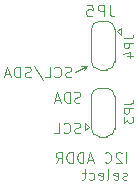
<source format=gbr>
%TF.GenerationSoftware,KiCad,Pcbnew,9.0.6*%
%TF.CreationDate,2025-12-26T20:15:28+00:00*%
%TF.ProjectId,PIDI-BOX-01-ADC-4-MAIN-A2,50494449-2d42-44f5-982d-30312d414443,rev?*%
%TF.SameCoordinates,Original*%
%TF.FileFunction,Legend,Bot*%
%TF.FilePolarity,Positive*%
%FSLAX46Y46*%
G04 Gerber Fmt 4.6, Leading zero omitted, Abs format (unit mm)*
G04 Created by KiCad (PCBNEW 9.0.6) date 2025-12-26 20:15:28*
%MOMM*%
%LPD*%
G01*
G04 APERTURE LIST*
%ADD10C,0.100000*%
%ADD11C,0.120000*%
G04 APERTURE END LIST*
D10*
X152781000Y-75082400D02*
X152297099Y-75082400D01*
X151765000Y-75590400D02*
X152781000Y-75082400D01*
X152781000Y-75082400D02*
X152552400Y-75438000D01*
X151426182Y-75991000D02*
X151297611Y-76033857D01*
X151297611Y-76033857D02*
X151083325Y-76033857D01*
X151083325Y-76033857D02*
X150997611Y-75991000D01*
X150997611Y-75991000D02*
X150954753Y-75948142D01*
X150954753Y-75948142D02*
X150911896Y-75862428D01*
X150911896Y-75862428D02*
X150911896Y-75776714D01*
X150911896Y-75776714D02*
X150954753Y-75691000D01*
X150954753Y-75691000D02*
X150997611Y-75648142D01*
X150997611Y-75648142D02*
X151083325Y-75605285D01*
X151083325Y-75605285D02*
X151254753Y-75562428D01*
X151254753Y-75562428D02*
X151340468Y-75519571D01*
X151340468Y-75519571D02*
X151383325Y-75476714D01*
X151383325Y-75476714D02*
X151426182Y-75391000D01*
X151426182Y-75391000D02*
X151426182Y-75305285D01*
X151426182Y-75305285D02*
X151383325Y-75219571D01*
X151383325Y-75219571D02*
X151340468Y-75176714D01*
X151340468Y-75176714D02*
X151254753Y-75133857D01*
X151254753Y-75133857D02*
X151040468Y-75133857D01*
X151040468Y-75133857D02*
X150911896Y-75176714D01*
X150011896Y-75948142D02*
X150054753Y-75991000D01*
X150054753Y-75991000D02*
X150183325Y-76033857D01*
X150183325Y-76033857D02*
X150269039Y-76033857D01*
X150269039Y-76033857D02*
X150397610Y-75991000D01*
X150397610Y-75991000D02*
X150483325Y-75905285D01*
X150483325Y-75905285D02*
X150526182Y-75819571D01*
X150526182Y-75819571D02*
X150569039Y-75648142D01*
X150569039Y-75648142D02*
X150569039Y-75519571D01*
X150569039Y-75519571D02*
X150526182Y-75348142D01*
X150526182Y-75348142D02*
X150483325Y-75262428D01*
X150483325Y-75262428D02*
X150397610Y-75176714D01*
X150397610Y-75176714D02*
X150269039Y-75133857D01*
X150269039Y-75133857D02*
X150183325Y-75133857D01*
X150183325Y-75133857D02*
X150054753Y-75176714D01*
X150054753Y-75176714D02*
X150011896Y-75219571D01*
X149197610Y-76033857D02*
X149626182Y-76033857D01*
X149626182Y-76033857D02*
X149626182Y-75133857D01*
X148254754Y-75091000D02*
X149026182Y-76248142D01*
X147997611Y-75991000D02*
X147869040Y-76033857D01*
X147869040Y-76033857D02*
X147654754Y-76033857D01*
X147654754Y-76033857D02*
X147569040Y-75991000D01*
X147569040Y-75991000D02*
X147526182Y-75948142D01*
X147526182Y-75948142D02*
X147483325Y-75862428D01*
X147483325Y-75862428D02*
X147483325Y-75776714D01*
X147483325Y-75776714D02*
X147526182Y-75691000D01*
X147526182Y-75691000D02*
X147569040Y-75648142D01*
X147569040Y-75648142D02*
X147654754Y-75605285D01*
X147654754Y-75605285D02*
X147826182Y-75562428D01*
X147826182Y-75562428D02*
X147911897Y-75519571D01*
X147911897Y-75519571D02*
X147954754Y-75476714D01*
X147954754Y-75476714D02*
X147997611Y-75391000D01*
X147997611Y-75391000D02*
X147997611Y-75305285D01*
X147997611Y-75305285D02*
X147954754Y-75219571D01*
X147954754Y-75219571D02*
X147911897Y-75176714D01*
X147911897Y-75176714D02*
X147826182Y-75133857D01*
X147826182Y-75133857D02*
X147611897Y-75133857D01*
X147611897Y-75133857D02*
X147483325Y-75176714D01*
X147097611Y-76033857D02*
X147097611Y-75133857D01*
X147097611Y-75133857D02*
X146883325Y-75133857D01*
X146883325Y-75133857D02*
X146754754Y-75176714D01*
X146754754Y-75176714D02*
X146669039Y-75262428D01*
X146669039Y-75262428D02*
X146626182Y-75348142D01*
X146626182Y-75348142D02*
X146583325Y-75519571D01*
X146583325Y-75519571D02*
X146583325Y-75648142D01*
X146583325Y-75648142D02*
X146626182Y-75819571D01*
X146626182Y-75819571D02*
X146669039Y-75905285D01*
X146669039Y-75905285D02*
X146754754Y-75991000D01*
X146754754Y-75991000D02*
X146883325Y-76033857D01*
X146883325Y-76033857D02*
X147097611Y-76033857D01*
X146240468Y-75776714D02*
X145811897Y-75776714D01*
X146326182Y-76033857D02*
X146026182Y-75133857D01*
X146026182Y-75133857D02*
X145726182Y-76033857D01*
X154706001Y-69865419D02*
X154706001Y-70579704D01*
X154706001Y-70579704D02*
X154753620Y-70722561D01*
X154753620Y-70722561D02*
X154848858Y-70817800D01*
X154848858Y-70817800D02*
X154991715Y-70865419D01*
X154991715Y-70865419D02*
X155086953Y-70865419D01*
X154229810Y-70865419D02*
X154229810Y-69865419D01*
X154229810Y-69865419D02*
X153848858Y-69865419D01*
X153848858Y-69865419D02*
X153753620Y-69913038D01*
X153753620Y-69913038D02*
X153706001Y-69960657D01*
X153706001Y-69960657D02*
X153658382Y-70055895D01*
X153658382Y-70055895D02*
X153658382Y-70198752D01*
X153658382Y-70198752D02*
X153706001Y-70293990D01*
X153706001Y-70293990D02*
X153753620Y-70341609D01*
X153753620Y-70341609D02*
X153848858Y-70389228D01*
X153848858Y-70389228D02*
X154229810Y-70389228D01*
X152753620Y-69865419D02*
X153229810Y-69865419D01*
X153229810Y-69865419D02*
X153277429Y-70341609D01*
X153277429Y-70341609D02*
X153229810Y-70293990D01*
X153229810Y-70293990D02*
X153134572Y-70246371D01*
X153134572Y-70246371D02*
X152896477Y-70246371D01*
X152896477Y-70246371D02*
X152801239Y-70293990D01*
X152801239Y-70293990D02*
X152753620Y-70341609D01*
X152753620Y-70341609D02*
X152706001Y-70436847D01*
X152706001Y-70436847D02*
X152706001Y-70674942D01*
X152706001Y-70674942D02*
X152753620Y-70770180D01*
X152753620Y-70770180D02*
X152801239Y-70817800D01*
X152801239Y-70817800D02*
X152896477Y-70865419D01*
X152896477Y-70865419D02*
X153134572Y-70865419D01*
X153134572Y-70865419D02*
X153229810Y-70817800D01*
X153229810Y-70817800D02*
X153277429Y-70770180D01*
X156082325Y-83271707D02*
X156082325Y-82371707D01*
X155696611Y-82457421D02*
X155653754Y-82414564D01*
X155653754Y-82414564D02*
X155568040Y-82371707D01*
X155568040Y-82371707D02*
X155353754Y-82371707D01*
X155353754Y-82371707D02*
X155268040Y-82414564D01*
X155268040Y-82414564D02*
X155225182Y-82457421D01*
X155225182Y-82457421D02*
X155182325Y-82543135D01*
X155182325Y-82543135D02*
X155182325Y-82628850D01*
X155182325Y-82628850D02*
X155225182Y-82757421D01*
X155225182Y-82757421D02*
X155739468Y-83271707D01*
X155739468Y-83271707D02*
X155182325Y-83271707D01*
X154282325Y-83185992D02*
X154325182Y-83228850D01*
X154325182Y-83228850D02*
X154453754Y-83271707D01*
X154453754Y-83271707D02*
X154539468Y-83271707D01*
X154539468Y-83271707D02*
X154668039Y-83228850D01*
X154668039Y-83228850D02*
X154753754Y-83143135D01*
X154753754Y-83143135D02*
X154796611Y-83057421D01*
X154796611Y-83057421D02*
X154839468Y-82885992D01*
X154839468Y-82885992D02*
X154839468Y-82757421D01*
X154839468Y-82757421D02*
X154796611Y-82585992D01*
X154796611Y-82585992D02*
X154753754Y-82500278D01*
X154753754Y-82500278D02*
X154668039Y-82414564D01*
X154668039Y-82414564D02*
X154539468Y-82371707D01*
X154539468Y-82371707D02*
X154453754Y-82371707D01*
X154453754Y-82371707D02*
X154325182Y-82414564D01*
X154325182Y-82414564D02*
X154282325Y-82457421D01*
X153253754Y-83014564D02*
X152825183Y-83014564D01*
X153339468Y-83271707D02*
X153039468Y-82371707D01*
X153039468Y-82371707D02*
X152739468Y-83271707D01*
X152439468Y-83271707D02*
X152439468Y-82371707D01*
X152439468Y-82371707D02*
X152225182Y-82371707D01*
X152225182Y-82371707D02*
X152096611Y-82414564D01*
X152096611Y-82414564D02*
X152010896Y-82500278D01*
X152010896Y-82500278D02*
X151968039Y-82585992D01*
X151968039Y-82585992D02*
X151925182Y-82757421D01*
X151925182Y-82757421D02*
X151925182Y-82885992D01*
X151925182Y-82885992D02*
X151968039Y-83057421D01*
X151968039Y-83057421D02*
X152010896Y-83143135D01*
X152010896Y-83143135D02*
X152096611Y-83228850D01*
X152096611Y-83228850D02*
X152225182Y-83271707D01*
X152225182Y-83271707D02*
X152439468Y-83271707D01*
X151539468Y-83271707D02*
X151539468Y-82371707D01*
X151539468Y-82371707D02*
X151325182Y-82371707D01*
X151325182Y-82371707D02*
X151196611Y-82414564D01*
X151196611Y-82414564D02*
X151110896Y-82500278D01*
X151110896Y-82500278D02*
X151068039Y-82585992D01*
X151068039Y-82585992D02*
X151025182Y-82757421D01*
X151025182Y-82757421D02*
X151025182Y-82885992D01*
X151025182Y-82885992D02*
X151068039Y-83057421D01*
X151068039Y-83057421D02*
X151110896Y-83143135D01*
X151110896Y-83143135D02*
X151196611Y-83228850D01*
X151196611Y-83228850D02*
X151325182Y-83271707D01*
X151325182Y-83271707D02*
X151539468Y-83271707D01*
X150125182Y-83271707D02*
X150425182Y-82843135D01*
X150639468Y-83271707D02*
X150639468Y-82371707D01*
X150639468Y-82371707D02*
X150296611Y-82371707D01*
X150296611Y-82371707D02*
X150210896Y-82414564D01*
X150210896Y-82414564D02*
X150168039Y-82457421D01*
X150168039Y-82457421D02*
X150125182Y-82543135D01*
X150125182Y-82543135D02*
X150125182Y-82671707D01*
X150125182Y-82671707D02*
X150168039Y-82757421D01*
X150168039Y-82757421D02*
X150210896Y-82800278D01*
X150210896Y-82800278D02*
X150296611Y-82843135D01*
X150296611Y-82843135D02*
X150639468Y-82843135D01*
X156125182Y-84677800D02*
X156039468Y-84720657D01*
X156039468Y-84720657D02*
X155868039Y-84720657D01*
X155868039Y-84720657D02*
X155782325Y-84677800D01*
X155782325Y-84677800D02*
X155739468Y-84592085D01*
X155739468Y-84592085D02*
X155739468Y-84549228D01*
X155739468Y-84549228D02*
X155782325Y-84463514D01*
X155782325Y-84463514D02*
X155868039Y-84420657D01*
X155868039Y-84420657D02*
X155996611Y-84420657D01*
X155996611Y-84420657D02*
X156082325Y-84377800D01*
X156082325Y-84377800D02*
X156125182Y-84292085D01*
X156125182Y-84292085D02*
X156125182Y-84249228D01*
X156125182Y-84249228D02*
X156082325Y-84163514D01*
X156082325Y-84163514D02*
X155996611Y-84120657D01*
X155996611Y-84120657D02*
X155868039Y-84120657D01*
X155868039Y-84120657D02*
X155782325Y-84163514D01*
X155010897Y-84677800D02*
X155096611Y-84720657D01*
X155096611Y-84720657D02*
X155268040Y-84720657D01*
X155268040Y-84720657D02*
X155353754Y-84677800D01*
X155353754Y-84677800D02*
X155396611Y-84592085D01*
X155396611Y-84592085D02*
X155396611Y-84249228D01*
X155396611Y-84249228D02*
X155353754Y-84163514D01*
X155353754Y-84163514D02*
X155268040Y-84120657D01*
X155268040Y-84120657D02*
X155096611Y-84120657D01*
X155096611Y-84120657D02*
X155010897Y-84163514D01*
X155010897Y-84163514D02*
X154968040Y-84249228D01*
X154968040Y-84249228D02*
X154968040Y-84334942D01*
X154968040Y-84334942D02*
X155396611Y-84420657D01*
X154453753Y-84720657D02*
X154539468Y-84677800D01*
X154539468Y-84677800D02*
X154582325Y-84592085D01*
X154582325Y-84592085D02*
X154582325Y-83820657D01*
X153768039Y-84677800D02*
X153853753Y-84720657D01*
X153853753Y-84720657D02*
X154025182Y-84720657D01*
X154025182Y-84720657D02*
X154110896Y-84677800D01*
X154110896Y-84677800D02*
X154153753Y-84592085D01*
X154153753Y-84592085D02*
X154153753Y-84249228D01*
X154153753Y-84249228D02*
X154110896Y-84163514D01*
X154110896Y-84163514D02*
X154025182Y-84120657D01*
X154025182Y-84120657D02*
X153853753Y-84120657D01*
X153853753Y-84120657D02*
X153768039Y-84163514D01*
X153768039Y-84163514D02*
X153725182Y-84249228D01*
X153725182Y-84249228D02*
X153725182Y-84334942D01*
X153725182Y-84334942D02*
X154153753Y-84420657D01*
X152953753Y-84677800D02*
X153039467Y-84720657D01*
X153039467Y-84720657D02*
X153210895Y-84720657D01*
X153210895Y-84720657D02*
X153296610Y-84677800D01*
X153296610Y-84677800D02*
X153339467Y-84634942D01*
X153339467Y-84634942D02*
X153382324Y-84549228D01*
X153382324Y-84549228D02*
X153382324Y-84292085D01*
X153382324Y-84292085D02*
X153339467Y-84206371D01*
X153339467Y-84206371D02*
X153296610Y-84163514D01*
X153296610Y-84163514D02*
X153210895Y-84120657D01*
X153210895Y-84120657D02*
X153039467Y-84120657D01*
X153039467Y-84120657D02*
X152953753Y-84163514D01*
X152696609Y-84120657D02*
X152353752Y-84120657D01*
X152568038Y-83820657D02*
X152568038Y-84592085D01*
X152568038Y-84592085D02*
X152525181Y-84677800D01*
X152525181Y-84677800D02*
X152439466Y-84720657D01*
X152439466Y-84720657D02*
X152353752Y-84720657D01*
X152213582Y-80715400D02*
X152085011Y-80758257D01*
X152085011Y-80758257D02*
X151870725Y-80758257D01*
X151870725Y-80758257D02*
X151785011Y-80715400D01*
X151785011Y-80715400D02*
X151742153Y-80672542D01*
X151742153Y-80672542D02*
X151699296Y-80586828D01*
X151699296Y-80586828D02*
X151699296Y-80501114D01*
X151699296Y-80501114D02*
X151742153Y-80415400D01*
X151742153Y-80415400D02*
X151785011Y-80372542D01*
X151785011Y-80372542D02*
X151870725Y-80329685D01*
X151870725Y-80329685D02*
X152042153Y-80286828D01*
X152042153Y-80286828D02*
X152127868Y-80243971D01*
X152127868Y-80243971D02*
X152170725Y-80201114D01*
X152170725Y-80201114D02*
X152213582Y-80115400D01*
X152213582Y-80115400D02*
X152213582Y-80029685D01*
X152213582Y-80029685D02*
X152170725Y-79943971D01*
X152170725Y-79943971D02*
X152127868Y-79901114D01*
X152127868Y-79901114D02*
X152042153Y-79858257D01*
X152042153Y-79858257D02*
X151827868Y-79858257D01*
X151827868Y-79858257D02*
X151699296Y-79901114D01*
X150799296Y-80672542D02*
X150842153Y-80715400D01*
X150842153Y-80715400D02*
X150970725Y-80758257D01*
X150970725Y-80758257D02*
X151056439Y-80758257D01*
X151056439Y-80758257D02*
X151185010Y-80715400D01*
X151185010Y-80715400D02*
X151270725Y-80629685D01*
X151270725Y-80629685D02*
X151313582Y-80543971D01*
X151313582Y-80543971D02*
X151356439Y-80372542D01*
X151356439Y-80372542D02*
X151356439Y-80243971D01*
X151356439Y-80243971D02*
X151313582Y-80072542D01*
X151313582Y-80072542D02*
X151270725Y-79986828D01*
X151270725Y-79986828D02*
X151185010Y-79901114D01*
X151185010Y-79901114D02*
X151056439Y-79858257D01*
X151056439Y-79858257D02*
X150970725Y-79858257D01*
X150970725Y-79858257D02*
X150842153Y-79901114D01*
X150842153Y-79901114D02*
X150799296Y-79943971D01*
X149985010Y-80758257D02*
X150413582Y-80758257D01*
X150413582Y-80758257D02*
X150413582Y-79858257D01*
X152213582Y-78124600D02*
X152085011Y-78167457D01*
X152085011Y-78167457D02*
X151870725Y-78167457D01*
X151870725Y-78167457D02*
X151785011Y-78124600D01*
X151785011Y-78124600D02*
X151742153Y-78081742D01*
X151742153Y-78081742D02*
X151699296Y-77996028D01*
X151699296Y-77996028D02*
X151699296Y-77910314D01*
X151699296Y-77910314D02*
X151742153Y-77824600D01*
X151742153Y-77824600D02*
X151785011Y-77781742D01*
X151785011Y-77781742D02*
X151870725Y-77738885D01*
X151870725Y-77738885D02*
X152042153Y-77696028D01*
X152042153Y-77696028D02*
X152127868Y-77653171D01*
X152127868Y-77653171D02*
X152170725Y-77610314D01*
X152170725Y-77610314D02*
X152213582Y-77524600D01*
X152213582Y-77524600D02*
X152213582Y-77438885D01*
X152213582Y-77438885D02*
X152170725Y-77353171D01*
X152170725Y-77353171D02*
X152127868Y-77310314D01*
X152127868Y-77310314D02*
X152042153Y-77267457D01*
X152042153Y-77267457D02*
X151827868Y-77267457D01*
X151827868Y-77267457D02*
X151699296Y-77310314D01*
X151313582Y-78167457D02*
X151313582Y-77267457D01*
X151313582Y-77267457D02*
X151099296Y-77267457D01*
X151099296Y-77267457D02*
X150970725Y-77310314D01*
X150970725Y-77310314D02*
X150885010Y-77396028D01*
X150885010Y-77396028D02*
X150842153Y-77481742D01*
X150842153Y-77481742D02*
X150799296Y-77653171D01*
X150799296Y-77653171D02*
X150799296Y-77781742D01*
X150799296Y-77781742D02*
X150842153Y-77953171D01*
X150842153Y-77953171D02*
X150885010Y-78038885D01*
X150885010Y-78038885D02*
X150970725Y-78124600D01*
X150970725Y-78124600D02*
X151099296Y-78167457D01*
X151099296Y-78167457D02*
X151313582Y-78167457D01*
X150456439Y-77910314D02*
X150027868Y-77910314D01*
X150542153Y-78167457D02*
X150242153Y-77267457D01*
X150242153Y-77267457D02*
X149942153Y-78167457D01*
X155876495Y-78276533D02*
X156447923Y-78276533D01*
X156447923Y-78276533D02*
X156562209Y-78238438D01*
X156562209Y-78238438D02*
X156638400Y-78162247D01*
X156638400Y-78162247D02*
X156676495Y-78047962D01*
X156676495Y-78047962D02*
X156676495Y-77971771D01*
X156676495Y-78657486D02*
X155876495Y-78657486D01*
X155876495Y-78657486D02*
X155876495Y-78962248D01*
X155876495Y-78962248D02*
X155914590Y-79038438D01*
X155914590Y-79038438D02*
X155952685Y-79076533D01*
X155952685Y-79076533D02*
X156028876Y-79114629D01*
X156028876Y-79114629D02*
X156143161Y-79114629D01*
X156143161Y-79114629D02*
X156219352Y-79076533D01*
X156219352Y-79076533D02*
X156257447Y-79038438D01*
X156257447Y-79038438D02*
X156295542Y-78962248D01*
X156295542Y-78962248D02*
X156295542Y-78657486D01*
X155876495Y-79381295D02*
X155876495Y-79876533D01*
X155876495Y-79876533D02*
X156181257Y-79609867D01*
X156181257Y-79609867D02*
X156181257Y-79724152D01*
X156181257Y-79724152D02*
X156219352Y-79800343D01*
X156219352Y-79800343D02*
X156257447Y-79838438D01*
X156257447Y-79838438D02*
X156333638Y-79876533D01*
X156333638Y-79876533D02*
X156524114Y-79876533D01*
X156524114Y-79876533D02*
X156600304Y-79838438D01*
X156600304Y-79838438D02*
X156638400Y-79800343D01*
X156638400Y-79800343D02*
X156676495Y-79724152D01*
X156676495Y-79724152D02*
X156676495Y-79495581D01*
X156676495Y-79495581D02*
X156638400Y-79419390D01*
X156638400Y-79419390D02*
X156600304Y-79381295D01*
X155876495Y-72739333D02*
X156447923Y-72739333D01*
X156447923Y-72739333D02*
X156562209Y-72701238D01*
X156562209Y-72701238D02*
X156638400Y-72625047D01*
X156638400Y-72625047D02*
X156676495Y-72510762D01*
X156676495Y-72510762D02*
X156676495Y-72434571D01*
X156676495Y-73120286D02*
X155876495Y-73120286D01*
X155876495Y-73120286D02*
X155876495Y-73425048D01*
X155876495Y-73425048D02*
X155914590Y-73501238D01*
X155914590Y-73501238D02*
X155952685Y-73539333D01*
X155952685Y-73539333D02*
X156028876Y-73577429D01*
X156028876Y-73577429D02*
X156143161Y-73577429D01*
X156143161Y-73577429D02*
X156219352Y-73539333D01*
X156219352Y-73539333D02*
X156257447Y-73501238D01*
X156257447Y-73501238D02*
X156295542Y-73425048D01*
X156295542Y-73425048D02*
X156295542Y-73120286D01*
X156143161Y-74263143D02*
X156676495Y-74263143D01*
X155838400Y-74072667D02*
X156409828Y-73882190D01*
X156409828Y-73882190D02*
X156409828Y-74377429D01*
D11*
%TO.C,JP3*%
X152617300Y-80494000D02*
X152617300Y-79894000D01*
X152917300Y-80194000D02*
X152617300Y-79894000D01*
X152917300Y-80194000D02*
X152617300Y-80494000D01*
X153117300Y-77594000D02*
X153117300Y-80394000D01*
X153817300Y-81044000D02*
X154417300Y-81044000D01*
X154417300Y-76944000D02*
X153817300Y-76944000D01*
X155117300Y-80394000D02*
X155117300Y-77594000D01*
X153117300Y-77644000D02*
G75*
G02*
X153817300Y-76944000I700000J0D01*
G01*
X153817300Y-81044000D02*
G75*
G02*
X153117300Y-80344000I-1J699999D01*
G01*
X154417300Y-76944000D02*
G75*
G02*
X155117300Y-77644000I0J-700000D01*
G01*
X155117300Y-80344000D02*
G75*
G02*
X154417300Y-81044000I-699999J-1D01*
G01*
%TO.C,JP4*%
X153127200Y-71925200D02*
X153127200Y-74725200D01*
X153827200Y-75375200D02*
X154427200Y-75375200D01*
X154427200Y-71275200D02*
X153827200Y-71275200D01*
X155127200Y-74725200D02*
X155127200Y-71925200D01*
X155327200Y-72125200D02*
X155627200Y-71825200D01*
X155327200Y-72125200D02*
X155627200Y-72425200D01*
X155627200Y-71825200D02*
X155627200Y-72425200D01*
X153127200Y-71975200D02*
G75*
G02*
X153827200Y-71275200I699999J1D01*
G01*
X153827200Y-75375200D02*
G75*
G02*
X153127200Y-74675200I0J700000D01*
G01*
X154427200Y-71275200D02*
G75*
G02*
X155127200Y-71975200I1J-699999D01*
G01*
X155127200Y-74675200D02*
G75*
G02*
X154427200Y-75375200I-700000J0D01*
G01*
%TD*%
M02*

</source>
